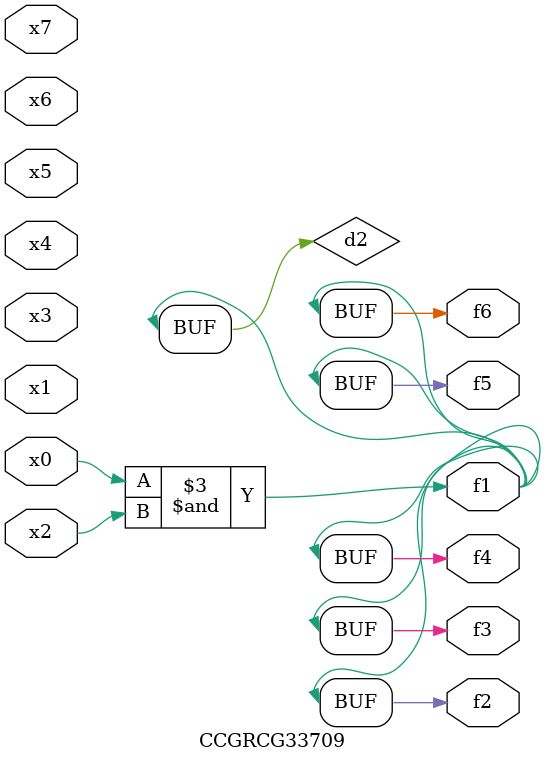
<source format=v>
module CCGRCG33709(
	input x0, x1, x2, x3, x4, x5, x6, x7,
	output f1, f2, f3, f4, f5, f6
);

	wire d1, d2;

	nor (d1, x3, x6);
	and (d2, x0, x2);
	assign f1 = d2;
	assign f2 = d2;
	assign f3 = d2;
	assign f4 = d2;
	assign f5 = d2;
	assign f6 = d2;
endmodule

</source>
